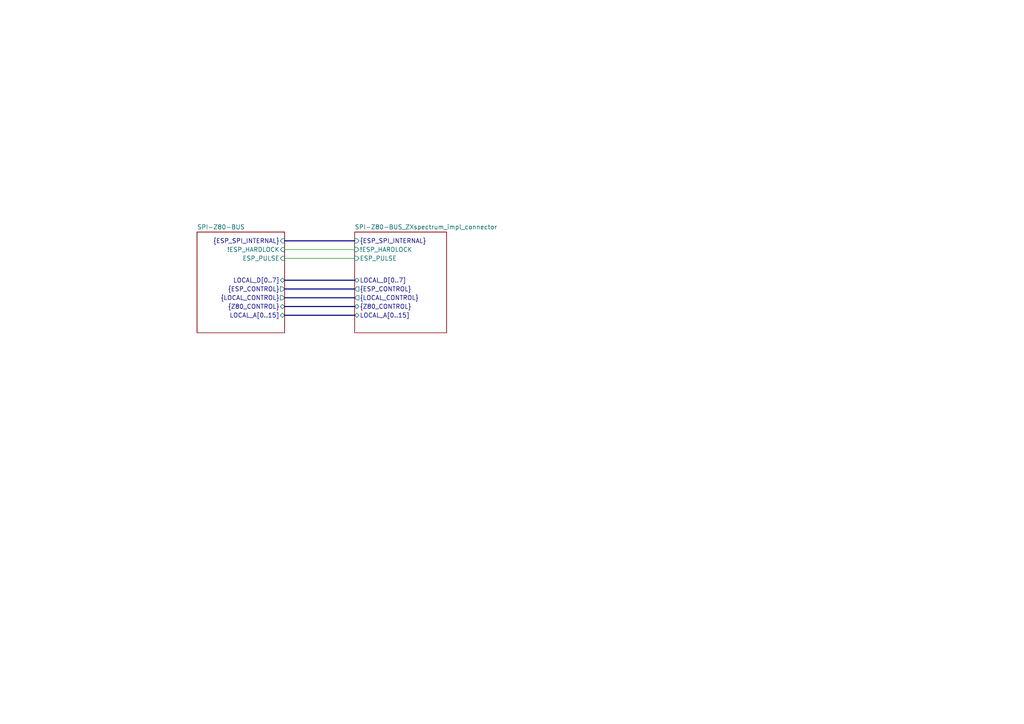
<source format=kicad_sch>
(kicad_sch (version 20230121) (generator eeschema)
  (paper "A4")
  (title_block (title "FujiNet Z80Bus reference design") (date "2023-05-13") (rev "0.1") (company "FujiNet") (comment 1 "Modified the base schematic to use a NAND gate"))
  (lib_symbols)
  (bus_alias "Z80_CONTROL" (members "Z80_CONTROL.RD" "Z80_CONTROL.WR" "Z80_CONTROL.IORQ" "Z80_CONTROL.MEMRQ" "Z80_CONTROL.BUSRQ" "Z80_CONTROL.WAIT" "Z80_CONTROL.ROMCS" "Z80_CONTROL.BUSACK" "Z80_CONTROL.NMI" "Z80_CONTROL.RESET"))
  (bus (pts (xy 82.55 83.82) (xy 102.87 83.82)))
  (bus (pts (xy 82.55 88.9) (xy 102.87 88.9)))
  (wire (pts (xy 82.55 72.39) (xy 102.87 72.39)))
  (bus (pts (xy 82.55 69.85) (xy 102.87 69.85)))
  (bus (pts (xy 82.55 81.28) (xy 102.87 81.28)))
  (wire (pts (xy 82.55 74.93) (xy 102.87 74.93)))
  (bus (pts (xy 82.55 91.44) (xy 102.87 91.44)))
  (bus (pts (xy 82.55 86.36) (xy 102.87 86.36)))
  (sheet (at 57.15 67.31) (size 25.4 29.21) (stroke (width 0.1524))
    (property "Sheetname" "SPI-Z80-BUS" (at 57.15 66.5984 0) (effects (justify left bottom)))
    (property "Sheetfile" "SPI-Z80-BUS_ZXspectrum_V2/SPI-Z80-BUS_ZXspectrum.kicad_sch" (effects hide))
    (pin "{ESP_CONTROL}" output (at 82.55 83.82 0))
    (pin "LOCAL_A[0..15]" bidirectional (at 82.55 91.44 0))
    (pin "LOCAL_D[0..7]" bidirectional (at 82.55 81.28 0))
    (pin "ESP_PULSE" input (at 82.55 74.93 0))
    (pin "!ESP_HARDLOCK" input (at 82.55 72.39 0))
    (pin "{LOCAL_CONTROL}" output (at 82.55 86.36 0))
    (pin "{Z80_CONTROL}" bidirectional (at 82.55 88.9 0))
    (pin "{ESP_SPI_INTERNAL}" input (at 82.55 69.85 0))
  )
  (sheet (at 102.87 67.31) (size 26.67 29.21) (stroke (width 0.1524))
    (property "Sheetname" "SPI-Z80-BUS_ZXspectrum_impl_connector" (at 102.87 66.5984 0) (effects (justify left bottom)))
    (property "Sheetfile" "SPI-Z80-BUS_ZXspectrum_impl_connector.kicad_sch" (effects hide))
    (pin "{Z80_CONTROL}" bidirectional (at 102.87 88.9 180))
    (pin "LOCAL_A[0..15]" bidirectional (at 102.87 91.44 180))
    (pin "{ESP_CONTROL}" output (at 102.87 83.82 180))
    (pin "{LOCAL_CONTROL}" output (at 102.87 86.36 180))
    (pin "LOCAL_D[0..7]" bidirectional (at 102.87 81.28 180))
    (pin "!ESP_HARDLOCK" input (at 102.87 72.39 180))
    (pin "ESP_PULSE" input (at 102.87 74.93 180))
    (pin "{ESP_SPI_INTERNAL}" input (at 102.87 69.85 180))
  )
)
</source>
